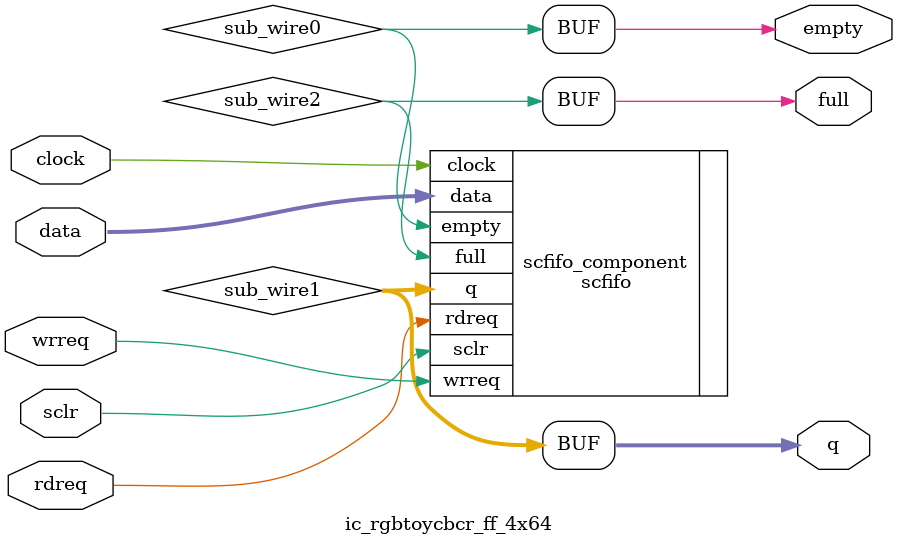
<source format=v>
module ic_rgbtoycbcr_ff_4x64 (
	clock,
	data,
	rdreq,
	sclr,
	wrreq,
	empty,
	full,
	q);

	input	  clock;
	input	[63:0]  data;
	input	  rdreq;
	input	  sclr;
	input	  wrreq;
	output	  empty;
	output	  full;
	output	[63:0]  q;

	wire  sub_wire0;
	wire [63:0] sub_wire1;
	wire  sub_wire2;
	wire  empty = sub_wire0;
	wire [63:0] q = sub_wire1[63:0];
	wire  full = sub_wire2;

	scfifo	scfifo_component (
				.rdreq (rdreq),
				.sclr (sclr),
				.clock (clock),
				.wrreq (wrreq),
				.data (data),
				.empty (sub_wire0),
				.q (sub_wire1),
				.full (sub_wire2)
				// synopsys translate_off
				,
				.aclr (),
				.almost_empty (),
				.almost_full (),
				.usedw ()
				// synopsys translate_on
				);
	defparam
		scfifo_component.add_ram_output_register = "OFF",
		scfifo_component.intended_device_family = "Stratix III",
		scfifo_component.lpm_numwords = 4,
		scfifo_component.lpm_showahead = "OFF",
		scfifo_component.lpm_type = "scfifo",
		scfifo_component.lpm_width = 64,
		scfifo_component.lpm_widthu = 2,
		scfifo_component.overflow_checking = "ON",
		scfifo_component.underflow_checking = "ON",
		scfifo_component.use_eab = "ON";
endmodule

</source>
